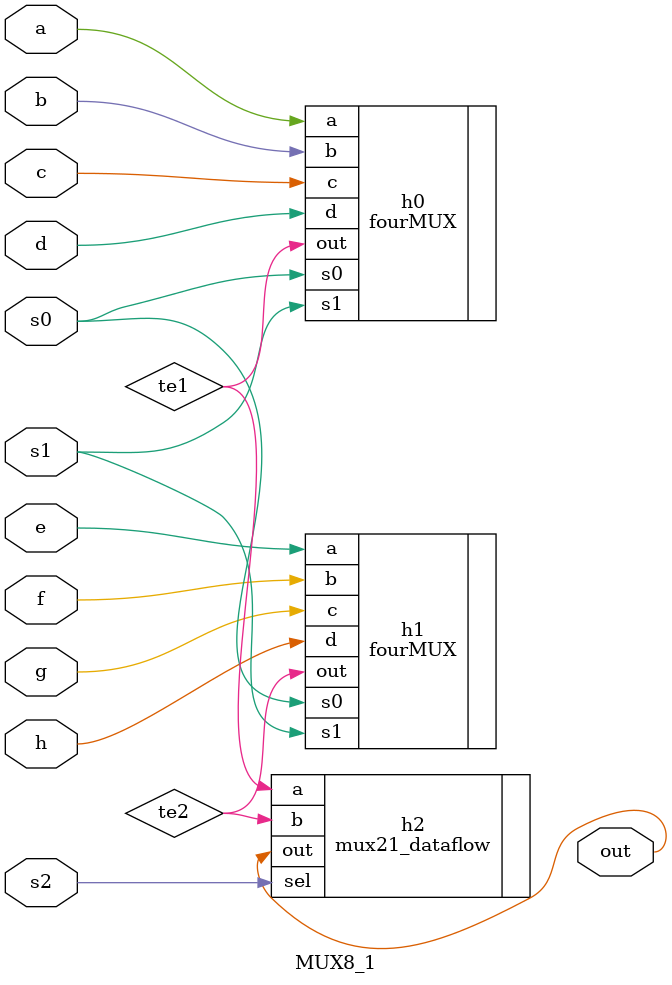
<source format=sv>
`timescale 1ns / 1ps


module MUX8_1(
    input logic a,
    input logic b,
    input logic c,
    input logic d,
    input logic e,
    input logic f,
    input logic g,
    input logic h,
    output logic out,
    input logic s0,
    input logic s1,
    input logic s2
    );
    
    logic te1, te2;
    
     mux21_dataflow h2 (
           .a(te1),
           .b(te2),
           .sel(s2),
           .out(out)
      
      );
      
      fourMUX h0 (
                 .a(a),
                 .b(b),
                 .c(c),
                 .d(d),
                 .s0(s0),
                 .s1(s1),
                 .out(te1)
            
            );
     fourMUX h1(
                            .a(e),
                            .b(f),
                            .c(g),
                            .d(h),
                            .s0(s0),
                            .s1(s1),
                            .out(te2)
                       
                       );
    
endmodule

</source>
